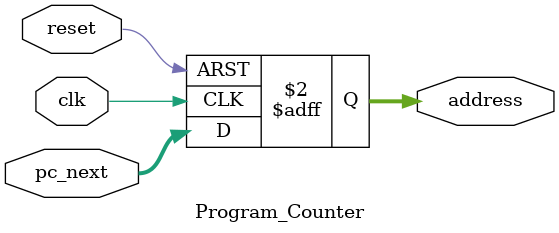
<source format=sv>
module Program_Counter 
(
    input logic [31:0] pc_next,
    input logic clk, reset,
    output logic [31:0] address
);

    always_ff @(posedge clk or posedge reset) begin
        if (reset)
            address <= 32'b0;
        else
            address <= pc_next;
    end

endmodule

</source>
